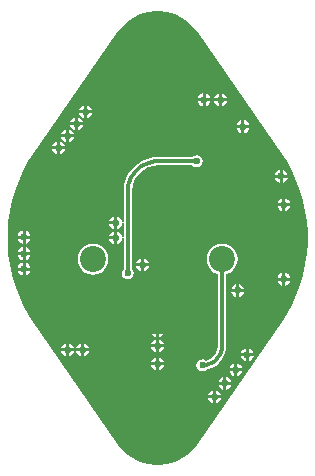
<source format=gbl>
G04*
G04 #@! TF.GenerationSoftware,Altium Limited,Altium Designer,20.1.14 (287)*
G04*
G04 Layer_Physical_Order=2*
G04 Layer_Color=16711680*
%FSLAX25Y25*%
%MOIN*%
G70*
G04*
G04 #@! TF.SameCoordinates,3CBCD0D0-32B7-46DE-8EB3-B5E10EB4AE05*
G04*
G04*
G04 #@! TF.FilePolarity,Positive*
G04*
G01*
G75*
%ADD37C,0.03150*%
%ADD38C,0.01181*%
%ADD40C,0.08661*%
%ADD41C,0.27559*%
%ADD42C,0.02362*%
G36*
X54869Y152397D02*
X56737Y151948D01*
X58539Y151282D01*
X60251Y150409D01*
X61848Y149340D01*
X63308Y148091D01*
X64611Y146679D01*
X65168Y145911D01*
X94135Y103926D01*
X95084Y102442D01*
X96783Y99316D01*
X98256Y96077D01*
X99495Y92742D01*
X100493Y89327D01*
X101247Y85850D01*
X101751Y82328D01*
X102004Y78779D01*
Y75221D01*
X101751Y71672D01*
X101247Y68150D01*
X100493Y64673D01*
X99495Y61258D01*
X98256Y57923D01*
X96783Y54684D01*
X95084Y51558D01*
X94135Y50074D01*
X65168Y8089D01*
X64611Y7321D01*
X63308Y5909D01*
X61848Y4660D01*
X60251Y3591D01*
X58539Y2718D01*
X56737Y2052D01*
X54869Y1603D01*
X52961Y1377D01*
X51039D01*
X49131Y1603D01*
X47263Y2052D01*
X45461Y2718D01*
X43749Y3591D01*
X42152Y4660D01*
X40692Y5909D01*
X39389Y7321D01*
X38832Y8089D01*
X9865Y50074D01*
X8916Y51558D01*
X7217Y54684D01*
X5744Y57923D01*
X4505Y61258D01*
X3507Y64673D01*
X2753Y68150D01*
X2249Y71672D01*
X1996Y75221D01*
Y78779D01*
X2249Y82328D01*
X2753Y85850D01*
X3507Y89327D01*
X4505Y92742D01*
X5744Y96077D01*
X7217Y99316D01*
X8916Y102442D01*
X9865Y103926D01*
X38832Y145911D01*
X39389Y146679D01*
X40692Y148091D01*
X42152Y149340D01*
X43749Y150409D01*
X45461Y151282D01*
X47263Y151948D01*
X49131Y152397D01*
X51039Y152623D01*
X52961D01*
X54869Y152397D01*
D02*
G37*
%LPC*%
G36*
X73500Y125124D02*
Y123500D01*
X75124D01*
X75055Y123851D01*
X74572Y124573D01*
X73851Y125055D01*
X73500Y125124D01*
D02*
G37*
G36*
X72500D02*
X72149Y125055D01*
X71428Y124573D01*
X70946Y123851D01*
X70876Y123500D01*
X72500D01*
Y125124D01*
D02*
G37*
G36*
X68000D02*
Y123500D01*
X69624D01*
X69555Y123851D01*
X69073Y124573D01*
X68351Y125055D01*
X68000Y125124D01*
D02*
G37*
G36*
X67000D02*
X66649Y125055D01*
X65927Y124573D01*
X65446Y123851D01*
X65376Y123500D01*
X67000D01*
Y125124D01*
D02*
G37*
G36*
X75124Y122500D02*
X73500D01*
Y120876D01*
X73851Y120946D01*
X74572Y121428D01*
X75055Y122149D01*
X75124Y122500D01*
D02*
G37*
G36*
X72500D02*
X70876D01*
X70946Y122149D01*
X71428Y121428D01*
X72149Y120946D01*
X72500Y120876D01*
Y122500D01*
D02*
G37*
G36*
X69624D02*
X68000D01*
Y120876D01*
X68351Y120946D01*
X69073Y121428D01*
X69555Y122149D01*
X69624Y122500D01*
D02*
G37*
G36*
X67000D02*
X65376D01*
X65446Y122149D01*
X65927Y121428D01*
X66649Y120946D01*
X67000Y120876D01*
Y122500D01*
D02*
G37*
G36*
X28500Y121124D02*
Y119500D01*
X30124D01*
X30055Y119851D01*
X29572Y120572D01*
X28851Y121054D01*
X28500Y121124D01*
D02*
G37*
G36*
X27500D02*
X27149Y121054D01*
X26428Y120572D01*
X25945Y119851D01*
X25876Y119500D01*
X27500D01*
Y121124D01*
D02*
G37*
G36*
X30124Y118500D02*
X28500D01*
Y116876D01*
X28851Y116946D01*
X29572Y117428D01*
X30055Y118149D01*
X30124Y118500D01*
D02*
G37*
G36*
X27500D02*
X25876D01*
X25945Y118149D01*
X26428Y117428D01*
X27149Y116946D01*
X27500Y116876D01*
Y118500D01*
D02*
G37*
G36*
X25500Y117124D02*
Y115500D01*
X27124D01*
X27055Y115851D01*
X26572Y116572D01*
X25851Y117054D01*
X25500Y117124D01*
D02*
G37*
G36*
X24500D02*
X24149Y117054D01*
X23427Y116572D01*
X22945Y115851D01*
X22876Y115500D01*
X24500D01*
Y117124D01*
D02*
G37*
G36*
X80992Y116185D02*
Y114561D01*
X82617D01*
X82547Y114912D01*
X82065Y115633D01*
X81343Y116115D01*
X80992Y116185D01*
D02*
G37*
G36*
X79992D02*
X79641Y116115D01*
X78920Y115633D01*
X78438Y114912D01*
X78368Y114561D01*
X79992D01*
Y116185D01*
D02*
G37*
G36*
X27124Y114500D02*
X25500D01*
Y112876D01*
X25851Y112945D01*
X26572Y113427D01*
X27055Y114149D01*
X27124Y114500D01*
D02*
G37*
G36*
X24500D02*
X22876D01*
X22945Y114149D01*
X23427Y113427D01*
X24149Y112945D01*
X24500Y112876D01*
Y114500D01*
D02*
G37*
G36*
X82617Y113561D02*
X80992D01*
Y111936D01*
X81343Y112006D01*
X82065Y112488D01*
X82547Y113210D01*
X82617Y113561D01*
D02*
G37*
G36*
X79992D02*
X78368D01*
X78438Y113210D01*
X78920Y112488D01*
X79641Y112006D01*
X79992Y111936D01*
Y113561D01*
D02*
G37*
G36*
X22500Y113124D02*
Y111500D01*
X24124D01*
X24055Y111851D01*
X23573Y112573D01*
X22851Y113055D01*
X22500Y113124D01*
D02*
G37*
G36*
X21500D02*
X21149Y113055D01*
X20427Y112573D01*
X19945Y111851D01*
X19876Y111500D01*
X21500D01*
Y113124D01*
D02*
G37*
G36*
X24124Y110500D02*
X22500D01*
Y108876D01*
X22851Y108946D01*
X23573Y109427D01*
X24055Y110149D01*
X24124Y110500D01*
D02*
G37*
G36*
X21500D02*
X19876D01*
X19945Y110149D01*
X20427Y109427D01*
X21149Y108946D01*
X21500Y108876D01*
Y110500D01*
D02*
G37*
G36*
X19500Y109124D02*
Y107500D01*
X21124D01*
X21055Y107851D01*
X20572Y108572D01*
X19851Y109055D01*
X19500Y109124D01*
D02*
G37*
G36*
X18500D02*
X18149Y109055D01*
X17427Y108572D01*
X16945Y107851D01*
X16876Y107500D01*
X18500D01*
Y109124D01*
D02*
G37*
G36*
X21124Y106500D02*
X19500D01*
Y104876D01*
X19851Y104946D01*
X20572Y105428D01*
X21055Y106149D01*
X21124Y106500D01*
D02*
G37*
G36*
X18500D02*
X16876D01*
X16945Y106149D01*
X17427Y105428D01*
X18149Y104946D01*
X18500Y104876D01*
Y106500D01*
D02*
G37*
G36*
X65000Y104507D02*
X64232Y104354D01*
X63581Y103919D01*
X63571Y103905D01*
X52114D01*
Y103913D01*
X50329Y103773D01*
X48587Y103355D01*
X46933Y102669D01*
X45406Y101733D01*
X44044Y100570D01*
X42881Y99208D01*
X41945Y97681D01*
X41260Y96027D01*
X40842Y94285D01*
X40701Y92500D01*
X40709D01*
Y82123D01*
X40209Y82073D01*
X40146Y82390D01*
X40055Y82851D01*
X39573Y83573D01*
X38851Y84054D01*
X38500Y84124D01*
Y82000D01*
Y79876D01*
X38851Y79945D01*
X39573Y80427D01*
X40055Y81149D01*
X40146Y81610D01*
X40209Y81927D01*
X40709Y81877D01*
Y77123D01*
X40209Y77073D01*
X40146Y77390D01*
X40055Y77851D01*
X39573Y78572D01*
X38851Y79054D01*
X38500Y79124D01*
Y77000D01*
Y74876D01*
X38851Y74945D01*
X39573Y75428D01*
X40055Y76149D01*
X40146Y76610D01*
X40209Y76927D01*
X40709Y76877D01*
Y66543D01*
X40695Y66533D01*
X40260Y65882D01*
X40107Y65114D01*
X40260Y64346D01*
X40695Y63695D01*
X41346Y63260D01*
X42114Y63107D01*
X42882Y63260D01*
X43533Y63695D01*
X43968Y64346D01*
X44121Y65114D01*
X43968Y65882D01*
X43533Y66533D01*
X43519Y66543D01*
Y92500D01*
X43507Y92562D01*
X43666Y94180D01*
X44156Y95796D01*
X44952Y97285D01*
X46023Y98591D01*
X47329Y99662D01*
X48818Y100458D01*
X50434Y100948D01*
X52052Y101107D01*
X52114Y101095D01*
X63571D01*
X63581Y101081D01*
X64232Y100646D01*
X65000Y100493D01*
X65768Y100646D01*
X66419Y101081D01*
X66854Y101732D01*
X67007Y102500D01*
X66854Y103268D01*
X66419Y103919D01*
X65768Y104354D01*
X65000Y104507D01*
D02*
G37*
G36*
X93709Y99624D02*
Y98000D01*
X95333D01*
X95263Y98351D01*
X94781Y99072D01*
X94060Y99555D01*
X93709Y99624D01*
D02*
G37*
G36*
X92709D02*
X92358Y99555D01*
X91636Y99072D01*
X91154Y98351D01*
X91084Y98000D01*
X92709D01*
Y99624D01*
D02*
G37*
G36*
X95333Y97000D02*
X93709D01*
Y95376D01*
X94060Y95446D01*
X94781Y95928D01*
X95263Y96649D01*
X95333Y97000D01*
D02*
G37*
G36*
X92709D02*
X91084D01*
X91154Y96649D01*
X91636Y95928D01*
X92358Y95446D01*
X92709Y95376D01*
Y97000D01*
D02*
G37*
G36*
X94635Y90124D02*
Y88500D01*
X96260D01*
X96190Y88851D01*
X95708Y89573D01*
X94986Y90055D01*
X94635Y90124D01*
D02*
G37*
G36*
X93635D02*
X93284Y90055D01*
X92563Y89573D01*
X92081Y88851D01*
X92011Y88500D01*
X93635D01*
Y90124D01*
D02*
G37*
G36*
X96260Y87500D02*
X94635D01*
Y85876D01*
X94986Y85945D01*
X95708Y86427D01*
X96190Y87149D01*
X96260Y87500D01*
D02*
G37*
G36*
X93635D02*
X92011D01*
X92081Y87149D01*
X92563Y86427D01*
X93284Y85945D01*
X93635Y85876D01*
Y87500D01*
D02*
G37*
G36*
X37500Y84124D02*
X37149Y84054D01*
X36428Y83573D01*
X35945Y82851D01*
X35876Y82500D01*
X37500D01*
Y84124D01*
D02*
G37*
G36*
Y81500D02*
X35876D01*
X35945Y81149D01*
X36428Y80427D01*
X37149Y79945D01*
X37500Y79876D01*
Y81500D01*
D02*
G37*
G36*
X8000Y79331D02*
Y77707D01*
X9624D01*
X9555Y78058D01*
X9072Y78780D01*
X8351Y79262D01*
X8000Y79331D01*
D02*
G37*
G36*
X7000D02*
X6649Y79262D01*
X5928Y78780D01*
X5446Y78058D01*
X5376Y77707D01*
X7000D01*
Y79331D01*
D02*
G37*
G36*
X37500Y79124D02*
X37149Y79054D01*
X36428Y78572D01*
X35945Y77851D01*
X35876Y77500D01*
X37500D01*
Y79124D01*
D02*
G37*
G36*
X9624Y76707D02*
X8000D01*
Y75083D01*
X8351Y75153D01*
X9072Y75635D01*
X9555Y76356D01*
X9624Y76707D01*
D02*
G37*
G36*
X7000D02*
X5376D01*
X5446Y76356D01*
X5928Y75635D01*
X6649Y75153D01*
X7000Y75083D01*
Y76707D01*
D02*
G37*
G36*
X37500Y76500D02*
X35876D01*
X35945Y76149D01*
X36428Y75428D01*
X37149Y74945D01*
X37500Y74876D01*
Y76500D01*
D02*
G37*
G36*
X8000Y73870D02*
Y72246D01*
X9624D01*
X9555Y72597D01*
X9072Y73318D01*
X8351Y73800D01*
X8000Y73870D01*
D02*
G37*
G36*
X7000D02*
X6649Y73800D01*
X5928Y73318D01*
X5446Y72597D01*
X5376Y72246D01*
X7000D01*
Y73870D01*
D02*
G37*
G36*
X9624Y71246D02*
X8000D01*
Y69622D01*
X8351Y69691D01*
X9072Y70173D01*
X9555Y70895D01*
X9624Y71246D01*
D02*
G37*
G36*
X7000D02*
X5376D01*
X5446Y70895D01*
X5928Y70173D01*
X6649Y69691D01*
X7000Y69622D01*
Y71246D01*
D02*
G37*
G36*
X47500Y70124D02*
Y68500D01*
X49124D01*
X49055Y68851D01*
X48572Y69573D01*
X47851Y70055D01*
X47500Y70124D01*
D02*
G37*
G36*
X46500D02*
X46149Y70055D01*
X45428Y69573D01*
X44945Y68851D01*
X44876Y68500D01*
X46500D01*
Y70124D01*
D02*
G37*
G36*
X8000Y68677D02*
Y67052D01*
X9624D01*
X9555Y67403D01*
X9072Y68125D01*
X8351Y68607D01*
X8000Y68677D01*
D02*
G37*
G36*
X7000D02*
X6649Y68607D01*
X5928Y68125D01*
X5446Y67403D01*
X5376Y67052D01*
X7000D01*
Y68677D01*
D02*
G37*
G36*
X49124Y67500D02*
X47500D01*
Y65876D01*
X47851Y65946D01*
X48572Y66427D01*
X49055Y67149D01*
X49124Y67500D01*
D02*
G37*
G36*
X46500D02*
X44876D01*
X44945Y67149D01*
X45428Y66427D01*
X46149Y65946D01*
X46500Y65876D01*
Y67500D01*
D02*
G37*
G36*
X30494Y75017D02*
X29158Y74841D01*
X27913Y74325D01*
X26844Y73505D01*
X26023Y72435D01*
X25508Y71190D01*
X25332Y69854D01*
X25508Y68518D01*
X26023Y67273D01*
X26844Y66204D01*
X27913Y65384D01*
X29158Y64868D01*
X30494Y64692D01*
X31830Y64868D01*
X33075Y65384D01*
X34144Y66204D01*
X34965Y67273D01*
X35480Y68518D01*
X35656Y69854D01*
X35480Y71190D01*
X34965Y72435D01*
X34144Y73505D01*
X33075Y74325D01*
X31830Y74841D01*
X30494Y75017D01*
D02*
G37*
G36*
X9624Y66052D02*
X8000D01*
Y64428D01*
X8351Y64498D01*
X9072Y64980D01*
X9555Y65701D01*
X9624Y66052D01*
D02*
G37*
G36*
X7000D02*
X5376D01*
X5446Y65701D01*
X5928Y64980D01*
X6649Y64498D01*
X7000Y64428D01*
Y66052D01*
D02*
G37*
G36*
X94635Y65323D02*
Y63699D01*
X96260D01*
X96190Y64050D01*
X95708Y64771D01*
X94986Y65254D01*
X94635Y65323D01*
D02*
G37*
G36*
X93635D02*
X93284Y65254D01*
X92563Y64771D01*
X92081Y64050D01*
X92011Y63699D01*
X93635D01*
Y65323D01*
D02*
G37*
G36*
X96260Y62699D02*
X94635D01*
Y61075D01*
X94986Y61144D01*
X95708Y61626D01*
X96190Y62348D01*
X96260Y62699D01*
D02*
G37*
G36*
X93635D02*
X92011D01*
X92081Y62348D01*
X92563Y61626D01*
X93284Y61144D01*
X93635Y61075D01*
Y62699D01*
D02*
G37*
G36*
X79253Y61569D02*
Y59944D01*
X80877D01*
X80808Y60295D01*
X80326Y61017D01*
X79604Y61499D01*
X79253Y61569D01*
D02*
G37*
G36*
X78253D02*
X77902Y61499D01*
X77181Y61017D01*
X76698Y60295D01*
X76629Y59944D01*
X78253D01*
Y61569D01*
D02*
G37*
G36*
X80877Y58944D02*
X79253D01*
Y57320D01*
X79604Y57390D01*
X80326Y57872D01*
X80808Y58593D01*
X80877Y58944D01*
D02*
G37*
G36*
X78253D02*
X76629D01*
X76698Y58593D01*
X77181Y57872D01*
X77902Y57390D01*
X78253Y57320D01*
Y58944D01*
D02*
G37*
G36*
X53871Y44874D02*
X52500D01*
Y43876D01*
X52851Y43945D01*
X53572Y44427D01*
X53871Y44874D01*
D02*
G37*
G36*
X51500D02*
X50129D01*
X50428Y44427D01*
X51149Y43945D01*
X51500Y43876D01*
Y44874D01*
D02*
G37*
G36*
X52500Y43124D02*
Y41500D01*
X54124D01*
X54054Y41851D01*
X53572Y42573D01*
X52851Y43055D01*
X52500Y43124D01*
D02*
G37*
G36*
X51500D02*
X51149Y43055D01*
X50428Y42573D01*
X49945Y41851D01*
X49876Y41500D01*
X51500D01*
Y43124D01*
D02*
G37*
G36*
X27500Y41798D02*
Y40173D01*
X29124D01*
X29055Y40524D01*
X28572Y41246D01*
X27851Y41728D01*
X27500Y41798D01*
D02*
G37*
G36*
X26500D02*
X26149Y41728D01*
X25427Y41246D01*
X24945Y40524D01*
X24876Y40173D01*
X26500D01*
Y41798D01*
D02*
G37*
G36*
X22500D02*
Y40173D01*
X24124D01*
X24055Y40524D01*
X23573Y41246D01*
X22851Y41728D01*
X22500Y41798D01*
D02*
G37*
G36*
X21500D02*
X21149Y41728D01*
X20427Y41246D01*
X19945Y40524D01*
X19876Y40173D01*
X21500D01*
Y41798D01*
D02*
G37*
G36*
X54124Y40500D02*
X52500D01*
Y38876D01*
X52851Y38945D01*
X53572Y39428D01*
X54054Y40149D01*
X54124Y40500D01*
D02*
G37*
G36*
X51500D02*
X49876D01*
X49945Y40149D01*
X50428Y39428D01*
X51149Y38945D01*
X51500Y38876D01*
Y40500D01*
D02*
G37*
G36*
X82370Y40124D02*
Y38500D01*
X83994D01*
X83925Y38851D01*
X83443Y39573D01*
X82721Y40055D01*
X82370Y40124D01*
D02*
G37*
G36*
X81370D02*
X81019Y40055D01*
X80298Y39573D01*
X79816Y38851D01*
X79746Y38500D01*
X81370D01*
Y40124D01*
D02*
G37*
G36*
X29124Y39173D02*
X27500D01*
Y37549D01*
X27851Y37619D01*
X28572Y38101D01*
X29055Y38822D01*
X29124Y39173D01*
D02*
G37*
G36*
X26500D02*
X24876D01*
X24945Y38822D01*
X25427Y38101D01*
X26149Y37619D01*
X26500Y37549D01*
Y39173D01*
D02*
G37*
G36*
X24124D02*
X22500D01*
Y37549D01*
X22851Y37619D01*
X23573Y38101D01*
X24055Y38822D01*
X24124Y39173D01*
D02*
G37*
G36*
X21500D02*
X19876D01*
X19945Y38822D01*
X20427Y38101D01*
X21149Y37619D01*
X21500Y37549D01*
Y39173D01*
D02*
G37*
G36*
X73506Y75017D02*
X72170Y74841D01*
X70925Y74325D01*
X69856Y73505D01*
X69035Y72435D01*
X68520Y71190D01*
X68344Y69854D01*
X68520Y68518D01*
X69035Y67273D01*
X69856Y66204D01*
X70925Y65384D01*
X72101Y64897D01*
Y41006D01*
X72114Y40943D01*
X71947Y39680D01*
X71436Y38445D01*
X70622Y37384D01*
X69561Y36570D01*
X68326Y36059D01*
X68230Y36046D01*
X67768Y36354D01*
X67000Y36507D01*
X66232Y36354D01*
X65581Y35919D01*
X65146Y35268D01*
X64993Y34500D01*
X65146Y33732D01*
X65581Y33081D01*
X66232Y32646D01*
X67000Y32493D01*
X67768Y32646D01*
X68419Y33081D01*
X68521Y33234D01*
X68546Y33236D01*
X70032Y33687D01*
X71401Y34419D01*
X72602Y35404D01*
X73587Y36605D01*
X74319Y37974D01*
X74770Y39460D01*
X74922Y41006D01*
X74911D01*
Y64897D01*
X76087Y65384D01*
X77156Y66204D01*
X77977Y67273D01*
X78492Y68518D01*
X78668Y69854D01*
X78492Y71190D01*
X77977Y72435D01*
X77156Y73505D01*
X76087Y74325D01*
X74842Y74841D01*
X73506Y75017D01*
D02*
G37*
G36*
X83994Y37500D02*
X82370D01*
Y35876D01*
X82721Y35945D01*
X83443Y36428D01*
X83925Y37149D01*
X83994Y37500D01*
D02*
G37*
G36*
X81370D02*
X79746D01*
X79816Y37149D01*
X80298Y36428D01*
X81019Y35945D01*
X81370Y35876D01*
Y37500D01*
D02*
G37*
G36*
X52500Y37124D02*
Y35500D01*
X54124D01*
X54054Y35851D01*
X53572Y36573D01*
X52851Y37055D01*
X52500Y37124D01*
D02*
G37*
G36*
X51500D02*
X51149Y37055D01*
X50428Y36573D01*
X49945Y35851D01*
X49876Y35500D01*
X51500D01*
Y37124D01*
D02*
G37*
G36*
X78630Y35124D02*
Y33500D01*
X80254D01*
X80185Y33851D01*
X79702Y34572D01*
X78981Y35055D01*
X78630Y35124D01*
D02*
G37*
G36*
X77630D02*
X77279Y35055D01*
X76557Y34572D01*
X76075Y33851D01*
X76006Y33500D01*
X77630D01*
Y35124D01*
D02*
G37*
G36*
X54124Y34500D02*
X52500D01*
Y32876D01*
X52851Y32945D01*
X53572Y33428D01*
X54054Y34149D01*
X54124Y34500D01*
D02*
G37*
G36*
X51500D02*
X49876D01*
X49945Y34149D01*
X50428Y33428D01*
X51149Y32945D01*
X51500Y32876D01*
Y34500D01*
D02*
G37*
G36*
X80254Y32500D02*
X78630D01*
Y30876D01*
X78981Y30945D01*
X79702Y31427D01*
X80185Y32149D01*
X80254Y32500D01*
D02*
G37*
G36*
X77630D02*
X76006D01*
X76075Y32149D01*
X76557Y31427D01*
X77279Y30945D01*
X77630Y30876D01*
Y32500D01*
D02*
G37*
G36*
X74984Y30629D02*
Y29005D01*
X76609D01*
X76539Y29356D01*
X76057Y30077D01*
X75335Y30560D01*
X74984Y30629D01*
D02*
G37*
G36*
X73984D02*
X73633Y30560D01*
X72912Y30077D01*
X72430Y29356D01*
X72360Y29005D01*
X73984D01*
Y30629D01*
D02*
G37*
G36*
X76609Y28005D02*
X74984D01*
Y26381D01*
X75335Y26450D01*
X76057Y26932D01*
X76539Y27654D01*
X76609Y28005D01*
D02*
G37*
G36*
X73984D02*
X72360D01*
X72430Y27654D01*
X72912Y26932D01*
X73633Y26450D01*
X73984Y26381D01*
Y28005D01*
D02*
G37*
G36*
X71500Y26124D02*
Y24500D01*
X73124D01*
X73054Y24851D01*
X72572Y25572D01*
X71851Y26055D01*
X71500Y26124D01*
D02*
G37*
G36*
X70500D02*
X70149Y26055D01*
X69428Y25572D01*
X68945Y24851D01*
X68876Y24500D01*
X70500D01*
Y26124D01*
D02*
G37*
G36*
X73124Y23500D02*
X71500D01*
Y21876D01*
X71851Y21945D01*
X72572Y22427D01*
X73054Y23149D01*
X73124Y23500D01*
D02*
G37*
G36*
X70500D02*
X68876D01*
X68945Y23149D01*
X69428Y22427D01*
X70149Y21945D01*
X70500Y21876D01*
Y23500D01*
D02*
G37*
%LPD*%
D37*
X54100Y54500D02*
D03*
X49800D02*
D03*
Y58600D02*
D03*
X54100D02*
D03*
Y50300D02*
D03*
X49900D02*
D03*
D38*
X67000Y34500D02*
X68018Y34580D01*
X69010Y34818D01*
X69954Y35209D01*
X70824Y35743D01*
X71600Y36406D01*
X72263Y37182D01*
X72797Y38052D01*
X73188Y38996D01*
X73426Y39988D01*
X73506Y41006D01*
X52114Y102500D02*
X51134Y102452D01*
X50163Y102308D01*
X49211Y102069D01*
X48287Y101739D01*
X47400Y101319D01*
X46558Y100815D01*
X45770Y100230D01*
X45043Y99571D01*
X44384Y98844D01*
X43799Y98056D01*
X43295Y97214D01*
X42875Y96327D01*
X42545Y95403D01*
X42306Y94451D01*
X42162Y93480D01*
X42114Y92500D01*
X42000Y65000D02*
X42114Y65114D01*
X73506Y41006D02*
Y69854D01*
X52114Y102500D02*
X65000D01*
X42114Y65114D02*
Y92500D01*
D40*
X73506Y69854D02*
D03*
X30494D02*
D03*
D41*
X52000Y17650D02*
D03*
Y136350D02*
D03*
D42*
X80492Y114061D02*
D03*
X93209Y97500D02*
D03*
X78753Y59444D02*
D03*
X7500Y66552D02*
D03*
Y71746D02*
D03*
Y77207D02*
D03*
X73000Y123000D02*
D03*
X67500D02*
D03*
X81870Y38000D02*
D03*
X78130Y33000D02*
D03*
X74484Y28505D02*
D03*
X71000Y24000D02*
D03*
X28000Y119000D02*
D03*
X25000Y115000D02*
D03*
X22000Y111000D02*
D03*
X19000Y107000D02*
D03*
X38000Y82000D02*
D03*
Y77000D02*
D03*
X27000Y39673D02*
D03*
X22000D02*
D03*
X94135Y63199D02*
D03*
X94135Y88000D02*
D03*
X47000Y68000D02*
D03*
X52000Y35000D02*
D03*
Y41000D02*
D03*
Y46000D02*
D03*
X67000Y34500D02*
D03*
X65000Y102500D02*
D03*
X42114Y65114D02*
D03*
M02*

</source>
